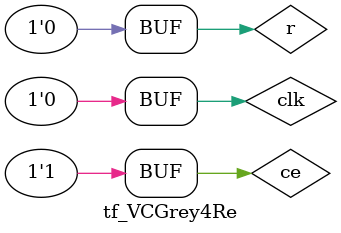
<source format=v>
module tf_VCGrey4Re;

	// Inputs
	reg clk;
	reg ce;
	reg r;

	// Outputs
	wire [3:0] Y;
	wire CEO;
	wire TC;

	// Instantiate the Unit Under Test (UUT)
	VCGrey4Re uut (
		.clk(clk), 
		.Y(Y), 
		.ce(ce), 
		.CEO(CEO), 
		.r(r), 
		.TC(TC)
	);
parameter Tclk=20; //Ïåðèîä ñèãíàëà ñèíõðîíèçàöèè 20 íñ
always begin clk=1; #(Tclk/2); clk=0; #(Tclk/2); end
// Ãåíåðàòîð ïåðèîäè÷åñêîãî ñèãíàëà ce
parameter Tce=160; //Ïåðèîä ñèãíàëà ce 160 íñ
always begin ce=0; #(7*Tce/8); ce=1; #(1*Tce/8); end //Òîëüêî öåëàÿ ÷àñòü äåëåíèÿ

	initial begin
		// Initialize Inputs
		
		ce = 0;
		r = 0;
#380; r = 1; //×åðåç 38 íñ 1
	#10;r = 0; // ×åðåç 10 íñ 0
	#611;r = 1; //×åðåç 611 íñ 1
	#270;r = 0; // ×åðåç 270 íñ 0

        
		// Add stimulus here

	end
      
endmodule


</source>
